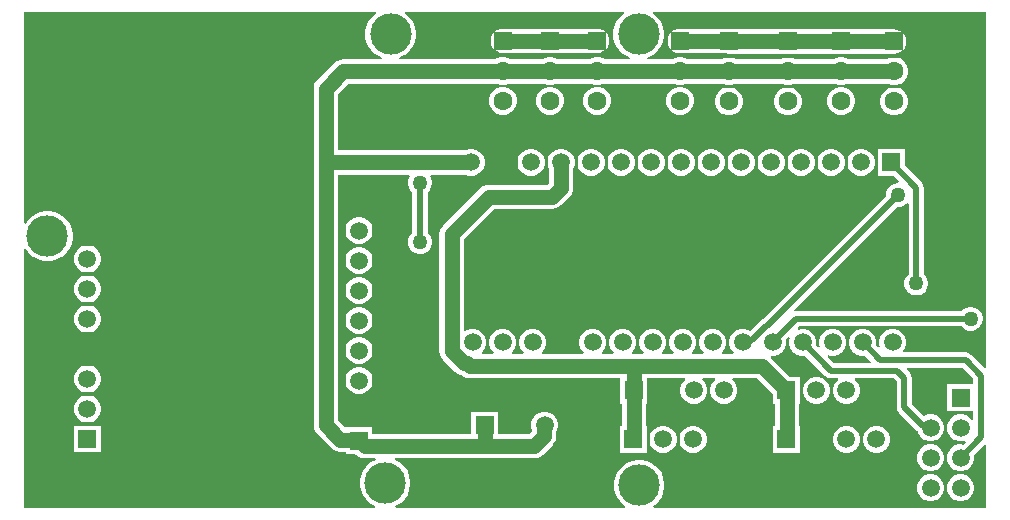
<source format=gbl>
G04*
G04 #@! TF.GenerationSoftware,Altium Limited,Altium Designer,21.3.2 (30)*
G04*
G04 Layer_Physical_Order=2*
G04 Layer_Color=16711680*
%FSTAX24Y24*%
%MOIN*%
G70*
G04*
G04 #@! TF.SameCoordinates,0193B93B-ADE4-4E0C-A68A-37D7C30EBFC0*
G04*
G04*
G04 #@! TF.FilePolarity,Positive*
G04*
G01*
G75*
%ADD21C,0.0200*%
%ADD23C,0.0500*%
%ADD24C,0.0598*%
%ADD25R,0.0598X0.0598*%
%ADD26R,0.0598X0.0598*%
%ADD27C,0.0630*%
%ADD28R,0.0630X0.0630*%
%ADD29C,0.1378*%
%ADD30C,0.0500*%
G36*
X030236Y049748D02*
X030174Y049707D01*
X030057Y04959D01*
X029965Y049453D01*
X029902Y0493D01*
X02987Y049138D01*
Y048972D01*
X029902Y04881D01*
X029965Y048658D01*
X030057Y04852D01*
X030174Y048403D01*
X030311Y048312D01*
X030421Y048266D01*
X030411Y048216D01*
X0296D01*
X02951Y048268D01*
X029392Y0483D01*
X029269D01*
X029151Y048268D01*
X029062Y048216D01*
X028025D01*
X027935Y048268D01*
X027817Y0483D01*
X027695D01*
X027576Y048268D01*
X027487Y048216D01*
X02645D01*
X026361Y048268D01*
X026242Y0483D01*
X02612D01*
X026002Y048268D01*
X025912Y048216D01*
X022739D01*
X022729Y048266D01*
X022838Y048312D01*
X022976Y048403D01*
X023093Y04852D01*
X023184Y048658D01*
X023248Y04881D01*
X02328Y048972D01*
Y049138D01*
X023248Y0493D01*
X023184Y049453D01*
X023093Y04959D01*
X022976Y049707D01*
X022914Y049748D01*
X022928Y049796D01*
X030221D01*
X030236Y049748D01*
D02*
G37*
G36*
X042296Y037934D02*
X04225Y037915D01*
X041794Y038371D01*
X041711Y038426D01*
X041613Y038446D01*
X03954D01*
X039521Y038492D01*
X039533Y038504D01*
X039592Y038606D01*
X039622Y03872D01*
Y038839D01*
X039592Y038953D01*
X039533Y039055D01*
X039449Y039139D01*
X039347Y039198D01*
X039232Y039229D01*
X039114D01*
X039Y039198D01*
X038897Y039139D01*
X038814Y039055D01*
X038755Y038953D01*
X038724Y038839D01*
Y03872D01*
X038746Y038638D01*
X038701Y038612D01*
X038616Y038697D01*
X038622Y03872D01*
Y038839D01*
X038592Y038953D01*
X038533Y039055D01*
X038449Y039139D01*
X038347Y039198D01*
X038232Y039229D01*
X038114D01*
X038Y039198D01*
X037897Y039139D01*
X037814Y039055D01*
X037755Y038953D01*
X037724Y038839D01*
Y03872D01*
X037755Y038606D01*
X037814Y038504D01*
X037897Y03842D01*
X038Y038361D01*
X038114Y03833D01*
X038232D01*
X038256Y038337D01*
X03845Y038142D01*
X038431Y038096D01*
X037218D01*
X037006Y038308D01*
X037032Y038352D01*
X037114Y03833D01*
X037232D01*
X037347Y038361D01*
X037449Y03842D01*
X037533Y038504D01*
X037592Y038606D01*
X037622Y03872D01*
Y038839D01*
X037592Y038953D01*
X037533Y039055D01*
X037449Y039139D01*
X037347Y039198D01*
X037232Y039229D01*
X037114D01*
X037Y039198D01*
X036897Y039139D01*
X036814Y039055D01*
X036755Y038953D01*
X036724Y038839D01*
Y03872D01*
X036746Y038638D01*
X036701Y038612D01*
X036616Y038697D01*
X036622Y03872D01*
Y038839D01*
X036592Y038953D01*
X036533Y039055D01*
X036449Y039139D01*
X036347Y039198D01*
X036232Y039229D01*
X036114D01*
X036031Y039207D01*
X036006Y039251D01*
X036066Y039312D01*
X041473D01*
X041538Y039247D01*
X04163Y039194D01*
X041731Y039167D01*
X041837D01*
X041938Y039194D01*
X04203Y039247D01*
X042104Y039321D01*
X042157Y039413D01*
X042184Y039514D01*
Y03962D01*
X042157Y039721D01*
X042104Y039813D01*
X04203Y039887D01*
X041938Y03994D01*
X041837Y039967D01*
X041731D01*
X04163Y03994D01*
X041538Y039887D01*
X041473Y039822D01*
X035961D01*
X035913Y039812D01*
X035888Y039858D01*
X039331Y043301D01*
X039423D01*
X039524Y043328D01*
X039616Y043381D01*
X039656Y043421D01*
X039706Y0434D01*
Y041059D01*
X039641Y040994D01*
X039588Y040902D01*
X039561Y040801D01*
Y040695D01*
X039588Y040594D01*
X039641Y040502D01*
X039715Y040428D01*
X039806Y040375D01*
X039908Y040348D01*
X040013D01*
X040115Y040375D01*
X040206Y040428D01*
X040281Y040502D01*
X040333Y040594D01*
X040361Y040695D01*
Y040801D01*
X040333Y040902D01*
X040281Y040994D01*
X040216Y041059D01*
Y043942D01*
X040196Y04404D01*
X040141Y044122D01*
X039572Y044691D01*
Y045229D01*
X038674D01*
Y04433D01*
X039212D01*
X039391Y044151D01*
X039371Y044101D01*
X039317D01*
X039216Y044074D01*
X039124Y044021D01*
X03905Y043946D01*
X038997Y043855D01*
X03897Y043753D01*
Y043661D01*
X034879Y03957D01*
X034848Y039564D01*
X034766Y039509D01*
X034415Y039159D01*
X034347Y039198D01*
X034232Y039229D01*
X034114D01*
X034Y039198D01*
X033897Y039139D01*
X033814Y039055D01*
X033755Y038953D01*
X033724Y038839D01*
Y03872D01*
X033755Y038606D01*
X033814Y038504D01*
X033872Y038446D01*
X033851Y038396D01*
X033495D01*
X033475Y038446D01*
X033533Y038504D01*
X033592Y038606D01*
X033622Y03872D01*
Y038839D01*
X033592Y038953D01*
X033533Y039055D01*
X033449Y039139D01*
X033347Y039198D01*
X033232Y039229D01*
X033114D01*
X033Y039198D01*
X032897Y039139D01*
X032814Y039055D01*
X032755Y038953D01*
X032724Y038839D01*
Y03872D01*
X032755Y038606D01*
X032814Y038504D01*
X032872Y038446D01*
X032851Y038396D01*
X032495D01*
X032475Y038446D01*
X032533Y038504D01*
X032592Y038606D01*
X032622Y03872D01*
Y038839D01*
X032592Y038953D01*
X032533Y039055D01*
X032449Y039139D01*
X032347Y039198D01*
X032232Y039229D01*
X032114D01*
X032Y039198D01*
X031897Y039139D01*
X031814Y039055D01*
X031755Y038953D01*
X031724Y038839D01*
Y03872D01*
X031755Y038606D01*
X031814Y038504D01*
X031872Y038446D01*
X031851Y038396D01*
X031495D01*
X031475Y038446D01*
X031533Y038504D01*
X031592Y038606D01*
X031622Y03872D01*
Y038839D01*
X031592Y038953D01*
X031533Y039055D01*
X031449Y039139D01*
X031347Y039198D01*
X031232Y039229D01*
X031114D01*
X031Y039198D01*
X030897Y039139D01*
X030814Y039055D01*
X030755Y038953D01*
X030724Y038839D01*
Y03872D01*
X030755Y038606D01*
X030814Y038504D01*
X030872Y038446D01*
X030851Y038396D01*
X030512D01*
X030512Y038396D01*
X030512Y038396D01*
X030495D01*
X030475Y038446D01*
X030533Y038504D01*
X030592Y038606D01*
X030622Y03872D01*
Y038839D01*
X030592Y038953D01*
X030533Y039055D01*
X030449Y039139D01*
X030347Y039198D01*
X030232Y039229D01*
X030114D01*
X03Y039198D01*
X029897Y039139D01*
X029814Y039055D01*
X029755Y038953D01*
X029724Y038839D01*
Y03872D01*
X029755Y038606D01*
X029814Y038504D01*
X029872Y038446D01*
X029851Y038396D01*
X029495D01*
X029475Y038446D01*
X029533Y038504D01*
X029592Y038606D01*
X029622Y03872D01*
Y038839D01*
X029592Y038953D01*
X029533Y039055D01*
X029449Y039139D01*
X029347Y039198D01*
X029232Y039229D01*
X029114D01*
X029Y039198D01*
X028897Y039139D01*
X028814Y039055D01*
X028755Y038953D01*
X028724Y038839D01*
Y03872D01*
X028755Y038606D01*
X028814Y038504D01*
X028872Y038446D01*
X028851Y038396D01*
X027495D01*
X027475Y038446D01*
X027533Y038504D01*
X027592Y038606D01*
X027622Y03872D01*
Y038839D01*
X027592Y038953D01*
X027533Y039055D01*
X027449Y039139D01*
X027347Y039198D01*
X027232Y039229D01*
X027114D01*
X027Y039198D01*
X026897Y039139D01*
X026814Y039055D01*
X026755Y038953D01*
X026724Y038839D01*
Y03872D01*
X026755Y038606D01*
X026814Y038504D01*
X026872Y038446D01*
X026851Y038396D01*
X026495D01*
X026475Y038446D01*
X026533Y038504D01*
X026592Y038606D01*
X026622Y03872D01*
Y038839D01*
X026592Y038953D01*
X026533Y039055D01*
X026449Y039139D01*
X026347Y039198D01*
X026232Y039229D01*
X026114D01*
X026Y039198D01*
X025897Y039139D01*
X025814Y039055D01*
X025755Y038953D01*
X025724Y038839D01*
Y03872D01*
X025755Y038606D01*
X025814Y038504D01*
X025872Y038446D01*
X025851Y038396D01*
X025495D01*
X025475Y038446D01*
X025533Y038504D01*
X025592Y038606D01*
X025622Y03872D01*
Y038839D01*
X025592Y038953D01*
X025533Y039055D01*
X025449Y039139D01*
X025347Y039198D01*
X025232Y039229D01*
X025114D01*
X025Y039198D01*
X024927Y039156D01*
X024877Y039185D01*
Y04222D01*
X02589Y043233D01*
X02783D01*
X02783Y043233D01*
X027935Y043247D01*
X028032Y043287D01*
X028116Y043351D01*
X028409Y043644D01*
X028409Y043644D01*
X028473Y043727D01*
X028513Y043825D01*
X028527Y043929D01*
X028527Y043929D01*
Y04458D01*
X028542Y044606D01*
X028572Y04472D01*
Y044839D01*
X028542Y044953D01*
X028483Y045055D01*
X028399Y045139D01*
X028297Y045198D01*
X028182Y045229D01*
X028064D01*
X02795Y045198D01*
X027847Y045139D01*
X027764Y045055D01*
X027705Y044953D01*
X027674Y044839D01*
Y04472D01*
X027705Y044606D01*
X02772Y04458D01*
Y044096D01*
X027663Y04404D01*
X025723D01*
X025619Y044026D01*
X025521Y043986D01*
X025438Y043922D01*
X024189Y042673D01*
X024125Y042589D01*
X024084Y042492D01*
X024071Y042387D01*
X024071Y042387D01*
Y03849D01*
X024071Y03849D01*
X024084Y038385D01*
X024125Y038288D01*
X024189Y038205D01*
X024598Y037795D01*
X024598Y037795D01*
X024682Y037731D01*
X024779Y037691D01*
X024833Y037683D01*
X024886Y037643D01*
X024984Y037602D01*
X025088Y037589D01*
X030102D01*
Y036734D01*
X03014D01*
Y036D01*
X030074D01*
Y035102D01*
X030973D01*
Y036D01*
X030947D01*
Y036734D01*
X031001D01*
Y037589D01*
X032263D01*
X032269Y037568D01*
X032272Y037539D01*
X032192Y037459D01*
X032133Y037356D01*
X032102Y037242D01*
Y037124D01*
X032133Y03701D01*
X032192Y036907D01*
X032276Y036824D01*
X032378Y036764D01*
X032492Y036734D01*
X032611D01*
X032725Y036764D01*
X032827Y036824D01*
X032911Y036907D01*
X03297Y03701D01*
X033001Y037124D01*
Y037242D01*
X03297Y037356D01*
X032911Y037459D01*
X032831Y037539D01*
X032834Y037568D01*
X03284Y037589D01*
X033263D01*
X033269Y037568D01*
X033272Y037539D01*
X033192Y037459D01*
X033133Y037356D01*
X033102Y037242D01*
Y037124D01*
X033133Y03701D01*
X033192Y036907D01*
X033276Y036824D01*
X033378Y036764D01*
X033492Y036734D01*
X033611D01*
X033725Y036764D01*
X033827Y036824D01*
X033911Y036907D01*
X03397Y03701D01*
X034001Y037124D01*
Y037242D01*
X03397Y037356D01*
X033911Y037459D01*
X033831Y037539D01*
X033834Y037568D01*
X03384Y037589D01*
X034662D01*
X035189Y037062D01*
Y036734D01*
X035243D01*
Y036D01*
X035185D01*
Y035102D01*
X036083D01*
Y036D01*
X03605D01*
Y036734D01*
X036087D01*
Y037632D01*
X03576D01*
X035114Y038277D01*
X035107Y038283D01*
X035108Y038286D01*
X035128Y03833D01*
X035232D01*
X035347Y038361D01*
X035449Y03842D01*
X035533Y038504D01*
X035592Y038606D01*
X035622Y03872D01*
Y038839D01*
X035616Y038862D01*
X035701Y038947D01*
X035746Y038921D01*
X035724Y038839D01*
Y03872D01*
X035755Y038606D01*
X035814Y038504D01*
X035897Y03842D01*
X036Y038361D01*
X036114Y03833D01*
X036232D01*
X036256Y038337D01*
X036932Y03766D01*
X037015Y037605D01*
X037112Y037586D01*
X037346D01*
X037356Y037536D01*
X037279Y037459D01*
X03722Y037356D01*
X037189Y037242D01*
Y037124D01*
X03722Y03701D01*
X037279Y036907D01*
X037362Y036824D01*
X037465Y036764D01*
X037579Y036734D01*
X037697D01*
X037812Y036764D01*
X037914Y036824D01*
X037998Y036907D01*
X038057Y03701D01*
X038087Y037124D01*
Y037242D01*
X038057Y037356D01*
X037998Y037459D01*
X037921Y037536D01*
X03793Y037586D01*
X039219D01*
X039312Y037493D01*
Y036614D01*
X039331Y036517D01*
X039387Y036434D01*
X039992Y035829D01*
X040011Y035816D01*
X040026Y03576D01*
X040085Y035657D01*
X040169Y035574D01*
X040271Y035514D01*
X040386Y035484D01*
X040504D01*
X040618Y035514D01*
X040721Y035574D01*
X040804Y035657D01*
X040863Y03576D01*
X040894Y035874D01*
Y035992D01*
X040863Y036106D01*
X040804Y036209D01*
X040721Y036293D01*
X040618Y036352D01*
X040504Y036382D01*
X040386D01*
X040271Y036352D01*
X04022Y036322D01*
X039822Y03672D01*
Y037598D01*
X039802Y037696D01*
X039747Y037779D01*
X039636Y03789D01*
X039655Y037936D01*
X041508D01*
X041871Y037573D01*
Y037382D01*
X040996D01*
Y036484D01*
X041871D01*
Y036193D01*
X041821Y03618D01*
X041804Y036209D01*
X041721Y036293D01*
X041618Y036352D01*
X041504Y036382D01*
X041386D01*
X041271Y036352D01*
X041169Y036293D01*
X041085Y036209D01*
X041026Y036106D01*
X040996Y035992D01*
Y035874D01*
X041026Y03576D01*
X041085Y035657D01*
X041169Y035574D01*
X041271Y035514D01*
X041386Y035484D01*
X041504D01*
X041587Y035506D01*
X041612Y035461D01*
X041527Y035376D01*
X041504Y035382D01*
X041386D01*
X041271Y035352D01*
X041169Y035293D01*
X041085Y035209D01*
X041026Y035106D01*
X040996Y034992D01*
Y034874D01*
X041026Y03476D01*
X041085Y034657D01*
X041169Y034574D01*
X041271Y034514D01*
X041386Y034484D01*
X041504D01*
X041618Y034514D01*
X041721Y034574D01*
X041804Y034657D01*
X041863Y03476D01*
X041894Y034874D01*
Y034992D01*
X041888Y035016D01*
X04225Y035378D01*
X042296Y035358D01*
Y033275D01*
X031216D01*
X031201Y033323D01*
X031263Y033364D01*
X03138Y033481D01*
X031472Y033618D01*
X031535Y033771D01*
X031567Y033933D01*
Y034098D01*
X031535Y03426D01*
X031472Y034413D01*
X03138Y034551D01*
X031263Y034667D01*
X031126Y034759D01*
X030973Y034822D01*
X030811Y034855D01*
X030646D01*
X030484Y034822D01*
X030331Y034759D01*
X030194Y034667D01*
X030077Y034551D01*
X029985Y034413D01*
X029922Y03426D01*
X029889Y034098D01*
Y033933D01*
X029922Y033771D01*
X029985Y033618D01*
X030077Y033481D01*
X030194Y033364D01*
X030256Y033323D01*
X030241Y033275D01*
X022608D01*
X022598Y033325D01*
X022661Y033351D01*
X022799Y033443D01*
X022915Y03356D01*
X023007Y033697D01*
X023071Y03385D01*
X023103Y034012D01*
Y034177D01*
X023071Y034339D01*
X023007Y034492D01*
X022915Y034629D01*
X022799Y034746D01*
X022661Y034838D01*
X022582Y034871D01*
X022592Y034921D01*
X027233D01*
X027233Y034921D01*
X027337Y034935D01*
X027434Y034975D01*
X027518Y035039D01*
X027841Y035362D01*
X027905Y035446D01*
X027946Y035543D01*
X027959Y035648D01*
X027959Y035648D01*
Y035791D01*
X027993Y03585D01*
X028024Y035964D01*
Y036083D01*
X027993Y036197D01*
X027934Y036299D01*
X027851Y036383D01*
X027748Y036442D01*
X027634Y036473D01*
X027516D01*
X027401Y036442D01*
X027299Y036383D01*
X027215Y036299D01*
X027156Y036197D01*
X027126Y036083D01*
Y035964D01*
X027153Y035864D01*
Y035815D01*
X027066Y035728D01*
X026024D01*
Y036473D01*
X025126D01*
Y035728D01*
X021837D01*
Y03596D01*
X020939D01*
X020939Y03596D01*
Y03596D01*
X020939Y03596D01*
X020895Y035975D01*
X020679Y036191D01*
Y044376D01*
X023059D01*
X023088Y044326D01*
X023052Y044265D01*
X023025Y044163D01*
Y044058D01*
X023052Y043956D01*
X023105Y043865D01*
X02317Y043799D01*
Y042437D01*
X023105Y042372D01*
X023052Y04228D01*
X023025Y042179D01*
Y042073D01*
X023052Y041972D01*
X023105Y04188D01*
X02318Y041806D01*
X023271Y041753D01*
X023373Y041726D01*
X023478D01*
X02358Y041753D01*
X023671Y041806D01*
X023745Y04188D01*
X023798Y041972D01*
X023825Y042073D01*
Y042179D01*
X023798Y04228D01*
X023745Y042372D01*
X02368Y042437D01*
Y043799D01*
X023745Y043865D01*
X023798Y043956D01*
X023825Y044058D01*
Y044163D01*
X023798Y044265D01*
X023762Y044326D01*
X023791Y044376D01*
X024924D01*
X02495Y044361D01*
X025064Y04433D01*
X025182D01*
X025297Y044361D01*
X025399Y04442D01*
X025483Y044504D01*
X025542Y044606D01*
X025572Y04472D01*
Y044839D01*
X025542Y044953D01*
X025483Y045055D01*
X025399Y045139D01*
X025297Y045198D01*
X025182Y045229D01*
X025064D01*
X02495Y045198D01*
X024924Y045183D01*
X020679D01*
Y047077D01*
X021012Y047409D01*
X025988D01*
X026002Y047401D01*
X02612Y04737D01*
X026242D01*
X026361Y047401D01*
X026375Y047409D01*
X027562D01*
X027576Y047401D01*
X027695Y04737D01*
X027817D01*
X027935Y047401D01*
X027949Y047409D01*
X029137D01*
X029151Y047401D01*
X029269Y04737D01*
X029392D01*
X02951Y047401D01*
X029524Y047409D01*
X031893D01*
X031907Y047401D01*
X032025Y04737D01*
X032148D01*
X032266Y047401D01*
X03228Y047409D01*
X033486D01*
X033538Y04738D01*
X033656Y047348D01*
X033778D01*
X033896Y04738D01*
X033948Y047409D01*
X035454D01*
X035506Y04738D01*
X035624Y047348D01*
X035747D01*
X035865Y04738D01*
X035917Y047409D01*
X037253D01*
X037278Y047395D01*
X037396Y047364D01*
X037518D01*
X037637Y047395D01*
X037661Y047409D01*
X038998D01*
X039049Y04738D01*
X039168Y047348D01*
X03929D01*
X039408Y04738D01*
X039514Y047441D01*
X039601Y047527D01*
X039662Y047633D01*
X039694Y047752D01*
Y047874D01*
X039662Y047992D01*
X039601Y048098D01*
X039514Y048185D01*
X039408Y048246D01*
X03929Y048278D01*
X039168D01*
X039049Y048246D01*
X038998Y048216D01*
X037716D01*
X037637Y048262D01*
X037518Y048294D01*
X037396D01*
X037278Y048262D01*
X037199Y048216D01*
X035917D01*
X035865Y048246D01*
X035747Y048278D01*
X035624D01*
X035506Y048246D01*
X035454Y048216D01*
X033948D01*
X033896Y048246D01*
X033778Y048278D01*
X033656D01*
X033538Y048246D01*
X033486Y048216D01*
X032355D01*
X032266Y048268D01*
X032148Y0483D01*
X032025D01*
X031907Y048268D01*
X031818Y048216D01*
X031007D01*
X030997Y048266D01*
X031106Y048312D01*
X031243Y048403D01*
X03136Y04852D01*
X031452Y048658D01*
X031515Y04881D01*
X031548Y048972D01*
Y049138D01*
X031515Y0493D01*
X031452Y049453D01*
X03136Y04959D01*
X031243Y049707D01*
X031181Y049748D01*
X031196Y049796D01*
X042296D01*
Y037934D01*
D02*
G37*
G36*
X021968Y049748D02*
X021906Y049707D01*
X021789Y04959D01*
X021697Y049453D01*
X021634Y0493D01*
X021602Y049138D01*
Y048972D01*
X021634Y04881D01*
X021697Y048658D01*
X021789Y04852D01*
X021906Y048403D01*
X022044Y048312D01*
X022153Y048266D01*
X022143Y048216D01*
X020844D01*
X02074Y048203D01*
X020643Y048162D01*
X020559Y048098D01*
X020559Y048098D01*
X01999Y047529D01*
X019926Y047446D01*
X019886Y047349D01*
X019872Y047244D01*
X019872Y047244D01*
Y044882D01*
X019872Y044882D01*
X019872Y044882D01*
Y036024D01*
X019872Y036024D01*
X019886Y035919D01*
X019926Y035822D01*
X01999Y035738D01*
X020473Y035255D01*
X020473Y035255D01*
X020557Y035191D01*
X020654Y035151D01*
X020759Y035137D01*
X020939D01*
Y035062D01*
X021266D01*
X021289Y035039D01*
X021289Y035039D01*
X021373Y034975D01*
X02147Y034935D01*
X021574Y034921D01*
X021574Y034921D01*
X021936D01*
X021946Y034871D01*
X021866Y034838D01*
X021729Y034746D01*
X021612Y034629D01*
X02152Y034492D01*
X021457Y034339D01*
X021425Y034177D01*
Y034012D01*
X021457Y03385D01*
X02152Y033697D01*
X021612Y03356D01*
X021729Y033443D01*
X021866Y033351D01*
X02193Y033325D01*
X02192Y033275D01*
X010224D01*
Y041891D01*
X010274Y041906D01*
X010352Y041788D01*
X010469Y041671D01*
X010607Y041579D01*
X010759Y041516D01*
X010921Y041484D01*
X011087D01*
X011249Y041516D01*
X011401Y041579D01*
X011539Y041671D01*
X011656Y041788D01*
X011747Y041925D01*
X011811Y042078D01*
X011843Y04224D01*
Y042405D01*
X011811Y042568D01*
X011747Y04272D01*
X011656Y042858D01*
X011539Y042975D01*
X011401Y043066D01*
X011249Y04313D01*
X011087Y043162D01*
X010921D01*
X010759Y04313D01*
X010607Y043066D01*
X010469Y042975D01*
X010352Y042858D01*
X010274Y04274D01*
X010224Y042755D01*
Y049796D01*
X021954D01*
X021968Y049748D01*
D02*
G37*
%LPC*%
G36*
X029331Y049238D02*
X026181D01*
X026077Y049224D01*
X025979Y049184D01*
X025896Y04912D01*
X025832Y049036D01*
X025791Y048939D01*
X025778Y048835D01*
X025791Y04873D01*
X025832Y048633D01*
X025896Y048549D01*
X025979Y048485D01*
X026077Y048445D01*
X026181Y048431D01*
X029331D01*
X029435Y048445D01*
X029532Y048485D01*
X029616Y048549D01*
X02968Y048633D01*
X02972Y04873D01*
X029734Y048835D01*
X02972Y048939D01*
X02968Y049036D01*
X029616Y04912D01*
X029532Y049184D01*
X029435Y049224D01*
X029331Y049238D01*
D02*
G37*
G36*
X032087Y049238D02*
X031982Y049224D01*
X031885Y049184D01*
X031801Y04912D01*
X031737Y049036D01*
X031697Y048939D01*
X031683Y048835D01*
X031697Y04873D01*
X031737Y048633D01*
X031801Y048549D01*
X031812Y048538D01*
X031896Y048474D01*
X031993Y048434D01*
X032097Y04842D01*
X032097Y04842D01*
X033634D01*
X033717Y048409D01*
X039229D01*
X039333Y048423D01*
X039431Y048463D01*
X039514Y048528D01*
X039578Y048611D01*
X039618Y048708D01*
X039632Y048813D01*
X039618Y048917D01*
X039578Y049015D01*
X039514Y049098D01*
X039431Y049162D01*
X039333Y049203D01*
X039229Y049216D01*
X033789D01*
X033706Y049227D01*
X033706Y049227D01*
X032169D01*
X032087Y049238D01*
D02*
G37*
G36*
X032148Y0473D02*
X032025D01*
X031907Y047268D01*
X031801Y047207D01*
X031715Y04712D01*
X031653Y047014D01*
X031622Y046896D01*
Y046773D01*
X031653Y046655D01*
X031715Y046549D01*
X031801Y046463D01*
X031907Y046401D01*
X032025Y04637D01*
X032148D01*
X032266Y046401D01*
X032372Y046463D01*
X032459Y046549D01*
X03252Y046655D01*
X032552Y046773D01*
Y046896D01*
X03252Y047014D01*
X032459Y04712D01*
X032372Y047207D01*
X032266Y047268D01*
X032148Y0473D01*
D02*
G37*
G36*
X029392D02*
X029269D01*
X029151Y047268D01*
X029045Y047207D01*
X028959Y04712D01*
X028897Y047014D01*
X028866Y046896D01*
Y046773D01*
X028897Y046655D01*
X028959Y046549D01*
X029045Y046463D01*
X029151Y046401D01*
X029269Y04637D01*
X029392D01*
X02951Y046401D01*
X029616Y046463D01*
X029703Y046549D01*
X029764Y046655D01*
X029796Y046773D01*
Y046896D01*
X029764Y047014D01*
X029703Y04712D01*
X029616Y047207D01*
X02951Y047268D01*
X029392Y0473D01*
D02*
G37*
G36*
X027817D02*
X027695D01*
X027576Y047268D01*
X02747Y047207D01*
X027384Y04712D01*
X027323Y047014D01*
X027291Y046896D01*
Y046773D01*
X027323Y046655D01*
X027384Y046549D01*
X02747Y046463D01*
X027576Y046401D01*
X027695Y04637D01*
X027817D01*
X027935Y046401D01*
X028041Y046463D01*
X028128Y046549D01*
X028189Y046655D01*
X028221Y046773D01*
Y046896D01*
X028189Y047014D01*
X028128Y04712D01*
X028041Y047207D01*
X027935Y047268D01*
X027817Y0473D01*
D02*
G37*
G36*
X026242D02*
X02612D01*
X026002Y047268D01*
X025896Y047207D01*
X025809Y04712D01*
X025748Y047014D01*
X025716Y046896D01*
Y046773D01*
X025748Y046655D01*
X025809Y046549D01*
X025896Y046463D01*
X026002Y046401D01*
X02612Y04637D01*
X026242D01*
X026361Y046401D01*
X026467Y046463D01*
X026553Y046549D01*
X026614Y046655D01*
X026646Y046773D01*
Y046896D01*
X026614Y047014D01*
X026553Y04712D01*
X026467Y047207D01*
X026361Y047268D01*
X026242Y0473D01*
D02*
G37*
G36*
X037518Y047294D02*
X037396D01*
X037278Y047262D01*
X037172Y047201D01*
X037085Y047114D01*
X037024Y047008D01*
X036992Y04689D01*
Y046767D01*
X037024Y046649D01*
X037085Y046543D01*
X037172Y046457D01*
X037278Y046395D01*
X037396Y046364D01*
X037518D01*
X037637Y046395D01*
X037743Y046457D01*
X037829Y046543D01*
X03789Y046649D01*
X037922Y046767D01*
Y04689D01*
X03789Y047008D01*
X037829Y047114D01*
X037743Y047201D01*
X037637Y047262D01*
X037518Y047294D01*
D02*
G37*
G36*
X03929Y047278D02*
X039168D01*
X039049Y047246D01*
X038943Y047185D01*
X038857Y047098D01*
X038796Y046992D01*
X038764Y046874D01*
Y046752D01*
X038796Y046633D01*
X038857Y046527D01*
X038943Y046441D01*
X039049Y04638D01*
X039168Y046348D01*
X03929D01*
X039408Y04638D01*
X039514Y046441D01*
X039601Y046527D01*
X039662Y046633D01*
X039694Y046752D01*
Y046874D01*
X039662Y046992D01*
X039601Y047098D01*
X039514Y047185D01*
X039408Y047246D01*
X03929Y047278D01*
D02*
G37*
G36*
X035747D02*
X035624D01*
X035506Y047246D01*
X0354Y047185D01*
X035313Y047098D01*
X035252Y046992D01*
X035221Y046874D01*
Y046752D01*
X035252Y046633D01*
X035313Y046527D01*
X0354Y046441D01*
X035506Y04638D01*
X035624Y046348D01*
X035747D01*
X035865Y04638D01*
X035971Y046441D01*
X036058Y046527D01*
X036119Y046633D01*
X03615Y046752D01*
Y046874D01*
X036119Y046992D01*
X036058Y047098D01*
X035971Y047185D01*
X035865Y047246D01*
X035747Y047278D01*
D02*
G37*
G36*
X033778D02*
X033656D01*
X033538Y047246D01*
X033431Y047185D01*
X033345Y047098D01*
X033284Y046992D01*
X033252Y046874D01*
Y046752D01*
X033284Y046633D01*
X033345Y046527D01*
X033431Y046441D01*
X033538Y04638D01*
X033656Y046348D01*
X033778D01*
X033896Y04638D01*
X034002Y046441D01*
X034089Y046527D01*
X03415Y046633D01*
X034182Y046752D01*
Y046874D01*
X03415Y046992D01*
X034089Y047098D01*
X034002Y047185D01*
X033896Y047246D01*
X033778Y047278D01*
D02*
G37*
G36*
X038182Y045229D02*
X038064D01*
X03795Y045198D01*
X037847Y045139D01*
X037764Y045055D01*
X037705Y044953D01*
X037674Y044839D01*
Y04472D01*
X037705Y044606D01*
X037764Y044504D01*
X037847Y04442D01*
X03795Y044361D01*
X038064Y04433D01*
X038182D01*
X038297Y044361D01*
X038399Y04442D01*
X038483Y044504D01*
X038542Y044606D01*
X038572Y04472D01*
Y044839D01*
X038542Y044953D01*
X038483Y045055D01*
X038399Y045139D01*
X038297Y045198D01*
X038182Y045229D01*
D02*
G37*
G36*
X037182D02*
X037064D01*
X03695Y045198D01*
X036847Y045139D01*
X036764Y045055D01*
X036705Y044953D01*
X036674Y044839D01*
Y04472D01*
X036705Y044606D01*
X036764Y044504D01*
X036847Y04442D01*
X03695Y044361D01*
X037064Y04433D01*
X037182D01*
X037297Y044361D01*
X037399Y04442D01*
X037483Y044504D01*
X037542Y044606D01*
X037572Y04472D01*
Y044839D01*
X037542Y044953D01*
X037483Y045055D01*
X037399Y045139D01*
X037297Y045198D01*
X037182Y045229D01*
D02*
G37*
G36*
X036182D02*
X036064D01*
X03595Y045198D01*
X035847Y045139D01*
X035764Y045055D01*
X035705Y044953D01*
X035674Y044839D01*
Y04472D01*
X035705Y044606D01*
X035764Y044504D01*
X035847Y04442D01*
X03595Y044361D01*
X036064Y04433D01*
X036182D01*
X036297Y044361D01*
X036399Y04442D01*
X036483Y044504D01*
X036542Y044606D01*
X036572Y04472D01*
Y044839D01*
X036542Y044953D01*
X036483Y045055D01*
X036399Y045139D01*
X036297Y045198D01*
X036182Y045229D01*
D02*
G37*
G36*
X035182D02*
X035064D01*
X03495Y045198D01*
X034847Y045139D01*
X034764Y045055D01*
X034705Y044953D01*
X034674Y044839D01*
Y04472D01*
X034705Y044606D01*
X034764Y044504D01*
X034847Y04442D01*
X03495Y044361D01*
X035064Y04433D01*
X035182D01*
X035297Y044361D01*
X035399Y04442D01*
X035483Y044504D01*
X035542Y044606D01*
X035572Y04472D01*
Y044839D01*
X035542Y044953D01*
X035483Y045055D01*
X035399Y045139D01*
X035297Y045198D01*
X035182Y045229D01*
D02*
G37*
G36*
X034182D02*
X034064D01*
X03395Y045198D01*
X033847Y045139D01*
X033764Y045055D01*
X033705Y044953D01*
X033674Y044839D01*
Y04472D01*
X033705Y044606D01*
X033764Y044504D01*
X033847Y04442D01*
X03395Y044361D01*
X034064Y04433D01*
X034182D01*
X034297Y044361D01*
X034399Y04442D01*
X034483Y044504D01*
X034542Y044606D01*
X034572Y04472D01*
Y044839D01*
X034542Y044953D01*
X034483Y045055D01*
X034399Y045139D01*
X034297Y045198D01*
X034182Y045229D01*
D02*
G37*
G36*
X033182D02*
X033064D01*
X03295Y045198D01*
X032847Y045139D01*
X032764Y045055D01*
X032705Y044953D01*
X032674Y044839D01*
Y04472D01*
X032705Y044606D01*
X032764Y044504D01*
X032847Y04442D01*
X03295Y044361D01*
X033064Y04433D01*
X033182D01*
X033297Y044361D01*
X033399Y04442D01*
X033483Y044504D01*
X033542Y044606D01*
X033572Y04472D01*
Y044839D01*
X033542Y044953D01*
X033483Y045055D01*
X033399Y045139D01*
X033297Y045198D01*
X033182Y045229D01*
D02*
G37*
G36*
X032182D02*
X032064D01*
X03195Y045198D01*
X031847Y045139D01*
X031764Y045055D01*
X031705Y044953D01*
X031674Y044839D01*
Y04472D01*
X031705Y044606D01*
X031764Y044504D01*
X031847Y04442D01*
X03195Y044361D01*
X032064Y04433D01*
X032182D01*
X032297Y044361D01*
X032399Y04442D01*
X032483Y044504D01*
X032542Y044606D01*
X032572Y04472D01*
Y044839D01*
X032542Y044953D01*
X032483Y045055D01*
X032399Y045139D01*
X032297Y045198D01*
X032182Y045229D01*
D02*
G37*
G36*
X031182D02*
X031064D01*
X03095Y045198D01*
X030847Y045139D01*
X030764Y045055D01*
X030705Y044953D01*
X030674Y044839D01*
Y04472D01*
X030705Y044606D01*
X030764Y044504D01*
X030847Y04442D01*
X03095Y044361D01*
X031064Y04433D01*
X031182D01*
X031297Y044361D01*
X031399Y04442D01*
X031483Y044504D01*
X031542Y044606D01*
X031572Y04472D01*
Y044839D01*
X031542Y044953D01*
X031483Y045055D01*
X031399Y045139D01*
X031297Y045198D01*
X031182Y045229D01*
D02*
G37*
G36*
X030182D02*
X030064D01*
X02995Y045198D01*
X029847Y045139D01*
X029764Y045055D01*
X029705Y044953D01*
X029674Y044839D01*
Y04472D01*
X029705Y044606D01*
X029764Y044504D01*
X029847Y04442D01*
X02995Y044361D01*
X030064Y04433D01*
X030182D01*
X030297Y044361D01*
X030399Y04442D01*
X030483Y044504D01*
X030542Y044606D01*
X030572Y04472D01*
Y044839D01*
X030542Y044953D01*
X030483Y045055D01*
X030399Y045139D01*
X030297Y045198D01*
X030182Y045229D01*
D02*
G37*
G36*
X029182D02*
X029064D01*
X02895Y045198D01*
X028847Y045139D01*
X028764Y045055D01*
X028705Y044953D01*
X028674Y044839D01*
Y04472D01*
X028705Y044606D01*
X028764Y044504D01*
X028847Y04442D01*
X02895Y044361D01*
X029064Y04433D01*
X029182D01*
X029297Y044361D01*
X029399Y04442D01*
X029483Y044504D01*
X029542Y044606D01*
X029572Y04472D01*
Y044839D01*
X029542Y044953D01*
X029483Y045055D01*
X029399Y045139D01*
X029297Y045198D01*
X029182Y045229D01*
D02*
G37*
G36*
X027182D02*
X027064D01*
X02695Y045198D01*
X026847Y045139D01*
X026764Y045055D01*
X026705Y044953D01*
X026674Y044839D01*
Y04472D01*
X026705Y044606D01*
X026764Y044504D01*
X026847Y04442D01*
X02695Y044361D01*
X027064Y04433D01*
X027182D01*
X027297Y044361D01*
X027399Y04442D01*
X027483Y044504D01*
X027542Y044606D01*
X027572Y04472D01*
Y044839D01*
X027542Y044953D01*
X027483Y045055D01*
X027399Y045139D01*
X027297Y045198D01*
X027182Y045229D01*
D02*
G37*
G36*
X021447Y04296D02*
X021329D01*
X021214Y04293D01*
X021112Y04287D01*
X021028Y042787D01*
X020969Y042684D01*
X020939Y04257D01*
Y042452D01*
X020969Y042338D01*
X021028Y042235D01*
X021112Y042151D01*
X021214Y042092D01*
X021329Y042062D01*
X021447D01*
X021561Y042092D01*
X021664Y042151D01*
X021747Y042235D01*
X021806Y042338D01*
X021837Y042452D01*
Y04257D01*
X021806Y042684D01*
X021747Y042787D01*
X021664Y04287D01*
X021561Y04293D01*
X021447Y04296D01*
D02*
G37*
G36*
Y04196D02*
X021329D01*
X021214Y04193D01*
X021112Y04187D01*
X021028Y041787D01*
X020969Y041684D01*
X020939Y04157D01*
Y041452D01*
X020969Y041338D01*
X021028Y041235D01*
X021112Y041151D01*
X021214Y041092D01*
X021329Y041062D01*
X021447D01*
X021561Y041092D01*
X021664Y041151D01*
X021747Y041235D01*
X021806Y041338D01*
X021837Y041452D01*
Y04157D01*
X021806Y041684D01*
X021747Y041787D01*
X021664Y04187D01*
X021561Y04193D01*
X021447Y04196D01*
D02*
G37*
G36*
Y04096D02*
X021329D01*
X021214Y04093D01*
X021112Y04087D01*
X021028Y040787D01*
X020969Y040684D01*
X020939Y04057D01*
Y040452D01*
X020969Y040338D01*
X021028Y040235D01*
X021112Y040151D01*
X021214Y040092D01*
X021329Y040062D01*
X021447D01*
X021561Y040092D01*
X021664Y040151D01*
X021747Y040235D01*
X021806Y040338D01*
X021837Y040452D01*
Y04057D01*
X021806Y040684D01*
X021747Y040787D01*
X021664Y04087D01*
X021561Y04093D01*
X021447Y04096D01*
D02*
G37*
G36*
Y03996D02*
X021329D01*
X021214Y03993D01*
X021112Y03987D01*
X021028Y039787D01*
X020969Y039684D01*
X020939Y03957D01*
Y039452D01*
X020969Y039338D01*
X021028Y039235D01*
X021112Y039151D01*
X021214Y039092D01*
X021329Y039062D01*
X021447D01*
X021561Y039092D01*
X021664Y039151D01*
X021747Y039235D01*
X021806Y039338D01*
X021837Y039452D01*
Y03957D01*
X021806Y039684D01*
X021747Y039787D01*
X021664Y03987D01*
X021561Y03993D01*
X021447Y03996D01*
D02*
G37*
G36*
Y03896D02*
X021329D01*
X021214Y03893D01*
X021112Y03887D01*
X021028Y038787D01*
X020969Y038684D01*
X020939Y03857D01*
Y038452D01*
X020969Y038338D01*
X021028Y038235D01*
X021112Y038151D01*
X021214Y038092D01*
X021329Y038062D01*
X021447D01*
X021561Y038092D01*
X021664Y038151D01*
X021747Y038235D01*
X021806Y038338D01*
X021837Y038452D01*
Y03857D01*
X021806Y038684D01*
X021747Y038787D01*
X021664Y03887D01*
X021561Y03893D01*
X021447Y03896D01*
D02*
G37*
G36*
Y03796D02*
X021329D01*
X021214Y03793D01*
X021112Y03787D01*
X021028Y037787D01*
X020969Y037684D01*
X020939Y03757D01*
Y037452D01*
X020969Y037338D01*
X021028Y037235D01*
X021112Y037151D01*
X021214Y037092D01*
X021329Y037062D01*
X021447D01*
X021561Y037092D01*
X021664Y037151D01*
X021747Y037235D01*
X021806Y037338D01*
X021837Y037452D01*
Y03757D01*
X021806Y037684D01*
X021747Y037787D01*
X021664Y03787D01*
X021561Y03793D01*
X021447Y03796D01*
D02*
G37*
G36*
X036697Y037632D02*
X036579D01*
X036465Y037602D01*
X036362Y037542D01*
X036279Y037459D01*
X03622Y037356D01*
X036189Y037242D01*
Y037124D01*
X03622Y03701D01*
X036279Y036907D01*
X036362Y036824D01*
X036465Y036764D01*
X036579Y036734D01*
X036697D01*
X036812Y036764D01*
X036914Y036824D01*
X036998Y036907D01*
X037057Y03701D01*
X037087Y037124D01*
Y037242D01*
X037057Y037356D01*
X036998Y037459D01*
X036914Y037542D01*
X036812Y037602D01*
X036697Y037632D01*
D02*
G37*
G36*
X038693Y036D02*
X038575D01*
X03846Y03597D01*
X038358Y035911D01*
X038274Y035827D01*
X038215Y035725D01*
X038185Y03561D01*
Y035492D01*
X038215Y035378D01*
X038274Y035275D01*
X038358Y035192D01*
X03846Y035133D01*
X038575Y035102D01*
X038693D01*
X038807Y035133D01*
X03891Y035192D01*
X038993Y035275D01*
X039052Y035378D01*
X039083Y035492D01*
Y03561D01*
X039052Y035725D01*
X038993Y035827D01*
X03891Y035911D01*
X038807Y03597D01*
X038693Y036D01*
D02*
G37*
G36*
X037693D02*
X037575D01*
X03746Y03597D01*
X037358Y035911D01*
X037274Y035827D01*
X037215Y035725D01*
X037185Y03561D01*
Y035492D01*
X037215Y035378D01*
X037274Y035275D01*
X037358Y035192D01*
X03746Y035133D01*
X037575Y035102D01*
X037693D01*
X037807Y035133D01*
X03791Y035192D01*
X037993Y035275D01*
X038052Y035378D01*
X038083Y035492D01*
Y03561D01*
X038052Y035725D01*
X037993Y035827D01*
X03791Y035911D01*
X037807Y03597D01*
X037693Y036D01*
D02*
G37*
G36*
X032583D02*
X032464D01*
X03235Y03597D01*
X032248Y035911D01*
X032164Y035827D01*
X032105Y035725D01*
X032074Y03561D01*
Y035492D01*
X032105Y035378D01*
X032164Y035275D01*
X032248Y035192D01*
X03235Y035133D01*
X032464Y035102D01*
X032583D01*
X032697Y035133D01*
X032799Y035192D01*
X032883Y035275D01*
X032942Y035378D01*
X032973Y035492D01*
Y03561D01*
X032942Y035725D01*
X032883Y035827D01*
X032799Y035911D01*
X032697Y03597D01*
X032583Y036D01*
D02*
G37*
G36*
X031583D02*
X031464D01*
X03135Y03597D01*
X031248Y035911D01*
X031164Y035827D01*
X031105Y035725D01*
X031074Y03561D01*
Y035492D01*
X031105Y035378D01*
X031164Y035275D01*
X031248Y035192D01*
X03135Y035133D01*
X031464Y035102D01*
X031583D01*
X031697Y035133D01*
X031799Y035192D01*
X031883Y035275D01*
X031942Y035378D01*
X031973Y035492D01*
Y03561D01*
X031942Y035725D01*
X031883Y035827D01*
X031799Y035911D01*
X031697Y03597D01*
X031583Y036D01*
D02*
G37*
G36*
X040504Y035382D02*
X040386D01*
X040271Y035352D01*
X040169Y035293D01*
X040085Y035209D01*
X040026Y035106D01*
X039996Y034992D01*
Y034874D01*
X040026Y03476D01*
X040085Y034657D01*
X040169Y034574D01*
X040271Y034514D01*
X040386Y034484D01*
X040504D01*
X040618Y034514D01*
X040721Y034574D01*
X040804Y034657D01*
X040863Y03476D01*
X040894Y034874D01*
Y034992D01*
X040863Y035106D01*
X040804Y035209D01*
X040721Y035293D01*
X040618Y035352D01*
X040504Y035382D01*
D02*
G37*
G36*
X041504Y034382D02*
X041386D01*
X041271Y034352D01*
X041169Y034293D01*
X041085Y034209D01*
X041026Y034106D01*
X040996Y033992D01*
Y033874D01*
X041026Y03376D01*
X041085Y033657D01*
X041169Y033574D01*
X041271Y033514D01*
X041386Y033484D01*
X041504D01*
X041618Y033514D01*
X041721Y033574D01*
X041804Y033657D01*
X041863Y03376D01*
X041894Y033874D01*
Y033992D01*
X041863Y034106D01*
X041804Y034209D01*
X041721Y034293D01*
X041618Y034352D01*
X041504Y034382D01*
D02*
G37*
G36*
X040504D02*
X040386D01*
X040271Y034352D01*
X040169Y034293D01*
X040085Y034209D01*
X040026Y034106D01*
X039996Y033992D01*
Y033874D01*
X040026Y03376D01*
X040085Y033657D01*
X040169Y033574D01*
X040271Y033514D01*
X040386Y033484D01*
X040504D01*
X040618Y033514D01*
X040721Y033574D01*
X040804Y033657D01*
X040863Y03376D01*
X040894Y033874D01*
Y033992D01*
X040863Y034106D01*
X040804Y034209D01*
X040721Y034293D01*
X040618Y034352D01*
X040504Y034382D01*
D02*
G37*
G36*
X012397Y04201D02*
X012279D01*
X012164Y04198D01*
X012062Y04192D01*
X011978Y041837D01*
X011919Y041734D01*
X011889Y04162D01*
Y041502D01*
X011919Y041388D01*
X011978Y041285D01*
X012062Y041201D01*
X012164Y041142D01*
X012279Y041112D01*
X012397D01*
X012511Y041142D01*
X012614Y041201D01*
X012697Y041285D01*
X012756Y041388D01*
X012787Y041502D01*
Y04162D01*
X012756Y041734D01*
X012697Y041837D01*
X012614Y04192D01*
X012511Y04198D01*
X012397Y04201D01*
D02*
G37*
G36*
Y04101D02*
X012279D01*
X012164Y04098D01*
X012062Y04092D01*
X011978Y040837D01*
X011919Y040734D01*
X011889Y04062D01*
Y040502D01*
X011919Y040388D01*
X011978Y040285D01*
X012062Y040201D01*
X012164Y040142D01*
X012279Y040112D01*
X012397D01*
X012511Y040142D01*
X012614Y040201D01*
X012697Y040285D01*
X012756Y040388D01*
X012787Y040502D01*
Y04062D01*
X012756Y040734D01*
X012697Y040837D01*
X012614Y04092D01*
X012511Y04098D01*
X012397Y04101D01*
D02*
G37*
G36*
Y04001D02*
X012279D01*
X012164Y03998D01*
X012062Y03992D01*
X011978Y039837D01*
X011919Y039734D01*
X011889Y03962D01*
Y039502D01*
X011919Y039388D01*
X011978Y039285D01*
X012062Y039201D01*
X012164Y039142D01*
X012279Y039112D01*
X012397D01*
X012511Y039142D01*
X012614Y039201D01*
X012697Y039285D01*
X012756Y039388D01*
X012787Y039502D01*
Y03962D01*
X012756Y039734D01*
X012697Y039837D01*
X012614Y03992D01*
X012511Y03998D01*
X012397Y04001D01*
D02*
G37*
G36*
Y03801D02*
X012279D01*
X012164Y03798D01*
X012062Y03792D01*
X011978Y037837D01*
X011919Y037734D01*
X011889Y03762D01*
Y037502D01*
X011919Y037388D01*
X011978Y037285D01*
X012062Y037201D01*
X012164Y037142D01*
X012279Y037112D01*
X012397D01*
X012511Y037142D01*
X012614Y037201D01*
X012697Y037285D01*
X012756Y037388D01*
X012787Y037502D01*
Y03762D01*
X012756Y037734D01*
X012697Y037837D01*
X012614Y03792D01*
X012511Y03798D01*
X012397Y03801D01*
D02*
G37*
G36*
Y03701D02*
X012279D01*
X012164Y03698D01*
X012062Y03692D01*
X011978Y036837D01*
X011919Y036734D01*
X011889Y03662D01*
Y036502D01*
X011919Y036388D01*
X011978Y036285D01*
X012062Y036201D01*
X012164Y036142D01*
X012279Y036112D01*
X012397D01*
X012511Y036142D01*
X012614Y036201D01*
X012697Y036285D01*
X012756Y036388D01*
X012787Y036502D01*
Y03662D01*
X012756Y036734D01*
X012697Y036837D01*
X012614Y03692D01*
X012511Y03698D01*
X012397Y03701D01*
D02*
G37*
G36*
X012787Y03601D02*
X011889D01*
Y035112D01*
X012787D01*
Y03601D01*
D02*
G37*
%LPD*%
D21*
X035961Y039567D02*
X041784D01*
X023425Y042126D02*
Y04411D01*
X034249Y038856D02*
X034473D01*
X03937Y043701D02*
X03937D01*
X034946Y039329D02*
X034998D01*
X03937Y043701D01*
X034173Y03878D02*
X034249Y038856D01*
X034473D02*
X034946Y039329D01*
X039325Y037841D02*
X039567Y037598D01*
Y036614D02*
Y037598D01*
X037112Y037841D02*
X039325D01*
X040172Y036009D02*
X040369D01*
X039567Y036614D02*
X040172Y036009D01*
X040369D02*
X040445Y035933D01*
X036173Y03878D02*
X037112Y037841D01*
X038762Y038191D02*
X041613D01*
X038173Y03878D02*
X038762Y038191D01*
X039961Y040748D02*
Y043942D01*
X039123Y04478D02*
X039961Y043942D01*
X035173Y03878D02*
X035961Y039567D01*
X041613Y038191D02*
X042126Y037678D01*
Y035614D02*
Y037678D01*
X041445Y034933D02*
X042126Y035614D01*
D23*
X030536Y035551D02*
X030544Y035559D01*
Y037175D01*
X035646Y035559D02*
X035654Y035551D01*
X035646Y035559D02*
Y037175D01*
X025088Y037992D02*
X030512D01*
X024474Y03849D02*
Y042387D01*
X024884Y03808D02*
X025D01*
X025088Y037992D01*
X024474Y03849D02*
X024884Y03808D01*
X020844Y047813D02*
X035685D01*
X035685Y047813D02*
X039229D01*
X027756Y048835D02*
X029331D01*
X026181D02*
X027756D01*
X032097Y048824D02*
X033706D01*
X033717Y048813D01*
X032087Y048835D02*
X032097Y048824D01*
X035685Y047813D02*
X035685Y047813D01*
X020378Y04478D02*
X025123D01*
X020276Y044882D02*
X020378Y04478D01*
X035685Y048813D02*
X039229D01*
X033717D02*
X035685D01*
X033717Y047813D02*
X035685D01*
X026181Y047835D02*
X026181Y047835D01*
X020276Y044882D02*
Y047244D01*
Y036024D02*
Y044882D01*
Y047244D02*
X020844Y047813D01*
X027233Y035324D02*
X027556Y035648D01*
Y036005D01*
X027575Y036024D01*
X025591Y035324D02*
X027233D01*
X021574D02*
X025591D01*
Y036008D01*
X025575Y036024D02*
X025591Y036008D01*
X021358Y035541D02*
X021574Y035324D01*
X020759Y035541D02*
X021358D01*
X020276Y036024D02*
X020759Y035541D01*
X024474Y042387D02*
X025723Y043636D01*
X02783D01*
X030512Y037992D02*
X034829D01*
X030552Y037183D02*
Y037952D01*
X030512Y037992D02*
X030552Y037952D01*
X028123Y043929D02*
Y04478D01*
X02783Y043636D02*
X028123Y043929D01*
X034829Y037992D02*
X035638Y037183D01*
X030544Y037175D02*
X030552Y037183D01*
X035638D02*
X035646Y037175D01*
D24*
X034123Y04478D02*
D03*
X033123D02*
D03*
X031123D02*
D03*
X030123D02*
D03*
X029123D02*
D03*
X028123D02*
D03*
X027123D02*
D03*
X026123D02*
D03*
X025123D02*
D03*
X032123D02*
D03*
X035123D02*
D03*
X036123D02*
D03*
X037123D02*
D03*
X038123D02*
D03*
X039173Y03878D02*
D03*
X038173D02*
D03*
X037173D02*
D03*
X036173D02*
D03*
X035173D02*
D03*
X032173D02*
D03*
X025173D02*
D03*
X026173D02*
D03*
X027173D02*
D03*
X028173D02*
D03*
X029173D02*
D03*
X030173D02*
D03*
X031173D02*
D03*
X033173D02*
D03*
X034173D02*
D03*
X040445Y036933D02*
D03*
Y035933D02*
D03*
Y034933D02*
D03*
Y033933D02*
D03*
X041445D02*
D03*
Y034933D02*
D03*
Y035933D02*
D03*
X036634Y035551D02*
D03*
X037634D02*
D03*
X038634D02*
D03*
X031552Y037183D02*
D03*
X032552D02*
D03*
X033552D02*
D03*
X036638D02*
D03*
X037638D02*
D03*
X038638D02*
D03*
X031524Y035551D02*
D03*
X032524D02*
D03*
X033524D02*
D03*
X028575Y036024D02*
D03*
X027575D02*
D03*
X026575D02*
D03*
X021388Y041511D02*
D03*
Y042511D02*
D03*
Y040511D02*
D03*
Y039511D02*
D03*
Y038511D02*
D03*
Y037511D02*
D03*
Y036511D02*
D03*
X012338Y042561D02*
D03*
Y040561D02*
D03*
Y039561D02*
D03*
Y038561D02*
D03*
Y037561D02*
D03*
Y036561D02*
D03*
Y041561D02*
D03*
D25*
X039123Y04478D02*
D03*
X035634Y035551D02*
D03*
X030552Y037183D02*
D03*
X035638D02*
D03*
X030524Y035551D02*
D03*
X025575Y036024D02*
D03*
D26*
X041445Y036933D02*
D03*
X012338Y035561D02*
D03*
X021388Y035511D02*
D03*
D27*
X026181Y046835D02*
D03*
Y047835D02*
D03*
X027756Y046835D02*
D03*
Y047835D02*
D03*
X029331Y046835D02*
D03*
Y047835D02*
D03*
X032087Y046835D02*
D03*
Y047835D02*
D03*
X033717Y046813D02*
D03*
Y047813D02*
D03*
X035685Y046813D02*
D03*
Y047813D02*
D03*
X037457Y046829D02*
D03*
Y047829D02*
D03*
X039229Y046813D02*
D03*
Y047813D02*
D03*
D28*
X026181Y048835D02*
D03*
X027756D02*
D03*
X029331D02*
D03*
X032087D02*
D03*
X033717Y048813D02*
D03*
X035685D02*
D03*
X037457Y048829D02*
D03*
X039229Y048813D02*
D03*
D29*
X022264Y034094D02*
D03*
X030728Y034016D02*
D03*
X030709Y049055D02*
D03*
X022441D02*
D03*
X011004Y042323D02*
D03*
D30*
X041784Y039567D02*
D03*
X023425Y04411D02*
D03*
Y042126D02*
D03*
X03937Y043701D02*
D03*
X039961Y040748D02*
D03*
M02*

</source>
